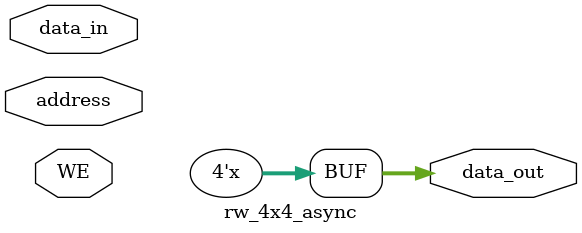
<source format=v>
`timescale 1ns / 1ps


module rw_4x4_async(
    output reg [3:0]data_out,
    input [1:0]address,
    input WE,
    input [3:0]data_in
    );

    reg [3:0]RW[0:3];
    
    always@(data_in or WE or address) begin
        if(WE == 1)
            RW[address] = data_in;
        else 
            data_out = RW[address];
    end
endmodule

</source>
